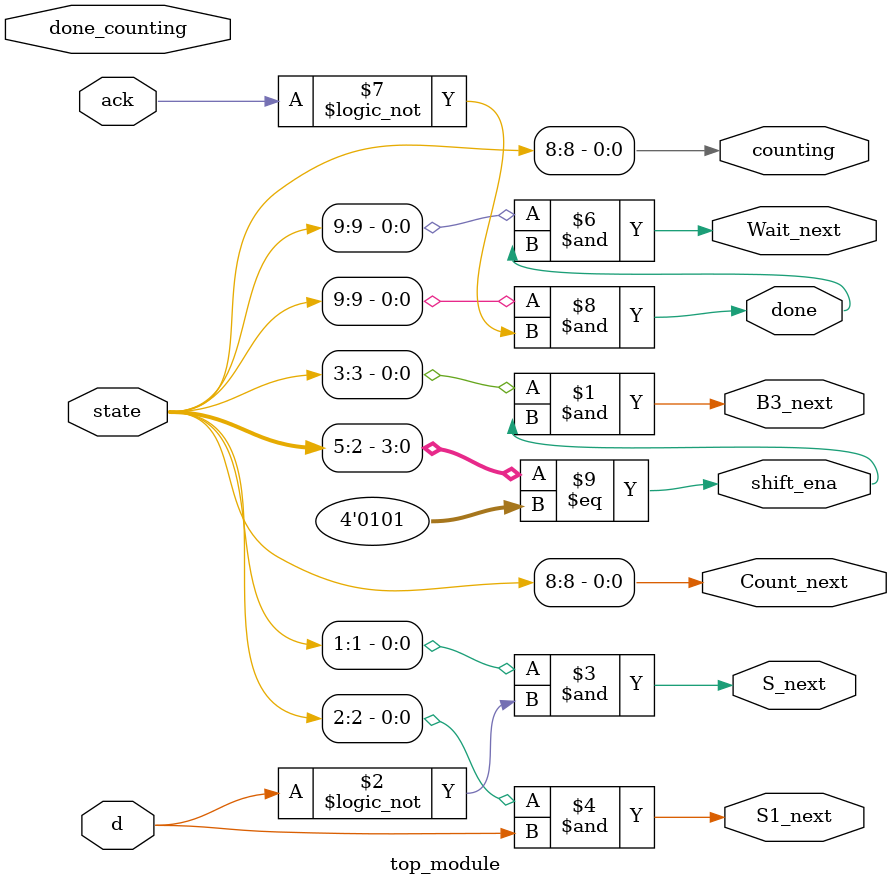
<source format=sv>
module top_module(
    input d,
    input done_counting,
    input ack,
    input [9:0] state,    // 10-bit one-hot current state
    output B3_next,
    output S_next,
    output S1_next,
    output Count_next,
    output Wait_next,
    output done,
    output counting,
    output shift_ena
 );

    // State transition logic
    assign B3_next = state[3] & shift_ena;   // B3_next is high if the current state is B3 and shift_ena is high
    assign S_next = state[1] & !d;           // S_next is high if the current state is S and d is low
    assign S1_next = state[2] & d;           // S1_next is high if the current state is S1 and d is high
    assign Count_next = state[8] & counting;  // Count_next is high if the current state is Count and counting is high
    assign Wait_next = state[9] & done;       // Wait_next is high if the current state is Wait and done is high

    // Output logic
    assign done = state[9] & !ack;            // done is high if the current state is Wait and ack is low
    assign counting = state[8];               // counting always follows the 8th bit of the state
    assign shift_ena = state[5:2] == 4'b0101; // shift_ena is high if the 5th, 4th, 3rd, and 2nd bits of the state are 0101

endmodule

</source>
